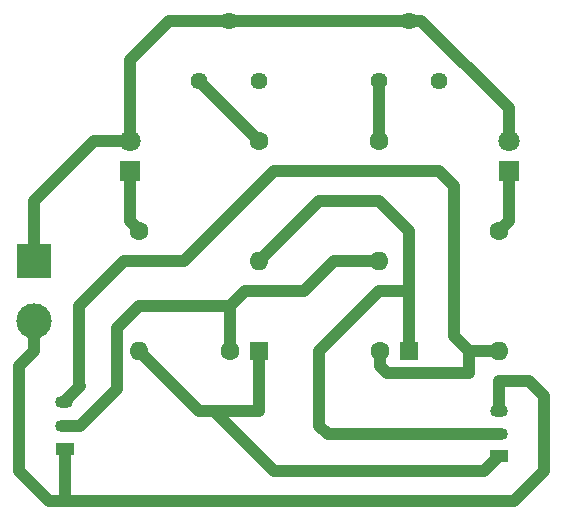
<source format=gbr>
%TF.GenerationSoftware,KiCad,Pcbnew,7.0.7*%
%TF.CreationDate,2024-05-03T12:55:33+03:00*%
%TF.ProjectId,Flip-Flop_lab_project,466c6970-2d46-46c6-9f70-5f6c61625f70,rev?*%
%TF.SameCoordinates,Original*%
%TF.FileFunction,Copper,L2,Bot*%
%TF.FilePolarity,Positive*%
%FSLAX46Y46*%
G04 Gerber Fmt 4.6, Leading zero omitted, Abs format (unit mm)*
G04 Created by KiCad (PCBNEW 7.0.7) date 2024-05-03 12:55:33*
%MOMM*%
%LPD*%
G01*
G04 APERTURE LIST*
%TA.AperFunction,ComponentPad*%
%ADD10C,1.600000*%
%TD*%
%TA.AperFunction,ComponentPad*%
%ADD11O,1.600000X1.600000*%
%TD*%
%TA.AperFunction,ComponentPad*%
%ADD12R,1.500000X1.050000*%
%TD*%
%TA.AperFunction,ComponentPad*%
%ADD13O,1.500000X1.050000*%
%TD*%
%TA.AperFunction,ComponentPad*%
%ADD14C,1.440000*%
%TD*%
%TA.AperFunction,ComponentPad*%
%ADD15R,1.600000X1.600000*%
%TD*%
%TA.AperFunction,ComponentPad*%
%ADD16R,1.800000X1.800000*%
%TD*%
%TA.AperFunction,ComponentPad*%
%ADD17C,1.800000*%
%TD*%
%TA.AperFunction,ComponentPad*%
%ADD18R,3.000000X3.000000*%
%TD*%
%TA.AperFunction,ComponentPad*%
%ADD19C,3.000000*%
%TD*%
%TA.AperFunction,Conductor*%
%ADD20C,1.000000*%
%TD*%
G04 APERTURE END LIST*
D10*
%TO.P,R1,1*%
%TO.N,Net-(D1-K)*%
X165100000Y-96520000D03*
D11*
%TO.P,R1,2*%
%TO.N,Net-(Q1-E)*%
X165100000Y-106680000D03*
%TD*%
D12*
%TO.P,Q1,1,C*%
%TO.N,GND*%
X128320800Y-115011200D03*
D13*
%TO.P,Q1,2,B*%
%TO.N,Net-(Q1-B)*%
X128270000Y-113030000D03*
%TO.P,Q1,3,E*%
%TO.N,Net-(Q1-E)*%
X128270000Y-110998000D03*
%TD*%
D12*
%TO.P,Q2,1,C*%
%TO.N,Net-(Q2-C)*%
X165100000Y-115570000D03*
D13*
%TO.P,Q2,2,B*%
%TO.N,Net-(Q2-B)*%
X165100000Y-113741200D03*
%TO.P,Q2,3,E*%
%TO.N,GND*%
X165100000Y-111760000D03*
%TD*%
D14*
%TO.P,RV1,1,1*%
%TO.N,unconnected-(RV1-Pad1)*%
X144780000Y-83820000D03*
%TO.P,RV1,2,2*%
%TO.N,+9V*%
X142240000Y-78740000D03*
%TO.P,RV1,3,3*%
%TO.N,Net-(R3-Pad1)*%
X139700000Y-83820000D03*
%TD*%
D15*
%TO.P,C2,1*%
%TO.N,Net-(Q2-C)*%
X144780000Y-106680000D03*
D10*
%TO.P,C2,2*%
%TO.N,Net-(Q1-B)*%
X142280000Y-106680000D03*
%TD*%
%TO.P,R4,1*%
%TO.N,Net-(D2-K)*%
X134620000Y-96520000D03*
D11*
%TO.P,R4,2*%
%TO.N,Net-(Q2-C)*%
X134620000Y-106680000D03*
%TD*%
D10*
%TO.P,R2,1*%
%TO.N,Net-(R2-Pad1)*%
X154940000Y-88900000D03*
D11*
%TO.P,R2,2*%
%TO.N,Net-(Q1-B)*%
X154940000Y-99060000D03*
%TD*%
D14*
%TO.P,RV2,1,1*%
%TO.N,unconnected-(RV2-Pad1)*%
X160020000Y-83820000D03*
%TO.P,RV2,2,2*%
%TO.N,+9V*%
X157480000Y-78740000D03*
%TO.P,RV2,3,3*%
%TO.N,Net-(R2-Pad1)*%
X154940000Y-83820000D03*
%TD*%
D16*
%TO.P,D1,1,K*%
%TO.N,Net-(D1-K)*%
X165890000Y-91440000D03*
D17*
%TO.P,D1,2,A*%
%TO.N,+9V*%
X165890000Y-88900000D03*
%TD*%
D18*
%TO.P,J1,1,Pin_1*%
%TO.N,+9V*%
X125730000Y-99060000D03*
D19*
%TO.P,J1,2,Pin_2*%
%TO.N,GND*%
X125730000Y-104140000D03*
%TD*%
D10*
%TO.P,R3,1*%
%TO.N,Net-(R3-Pad1)*%
X144780000Y-88900000D03*
D11*
%TO.P,R3,2*%
%TO.N,Net-(Q2-B)*%
X144780000Y-99060000D03*
%TD*%
D16*
%TO.P,D2,1,K*%
%TO.N,Net-(D2-K)*%
X133830000Y-91440000D03*
D17*
%TO.P,D2,2,A*%
%TO.N,+9V*%
X133830000Y-88900000D03*
%TD*%
D15*
%TO.P,C1,1*%
%TO.N,Net-(Q2-B)*%
X157480000Y-106680000D03*
D10*
%TO.P,C1,2*%
%TO.N,Net-(Q1-E)*%
X154980000Y-106680000D03*
%TD*%
D20*
%TO.N,Net-(Q2-B)*%
X154940000Y-93980000D02*
X157480000Y-96520000D01*
X149860000Y-93980000D02*
X154940000Y-93980000D01*
X144780000Y-99060000D02*
X149860000Y-93980000D01*
X157480000Y-96520000D02*
X157480000Y-101600000D01*
%TO.N,Net-(Q1-E)*%
X161290000Y-105410000D02*
X162560000Y-106680000D01*
X161290000Y-92710000D02*
X161290000Y-105410000D01*
X160020000Y-91440000D02*
X161290000Y-92710000D01*
X146050000Y-91440000D02*
X160020000Y-91440000D01*
X138430000Y-99060000D02*
X146050000Y-91440000D01*
X129540000Y-102870000D02*
X133350000Y-99060000D01*
X129540000Y-109608000D02*
X129540000Y-102870000D01*
X129600000Y-109668000D02*
X129540000Y-109608000D01*
X133350000Y-99060000D02*
X138430000Y-99060000D01*
X128270000Y-110998000D02*
X129600000Y-109668000D01*
%TO.N,GND*%
X168910000Y-116840000D02*
X166370000Y-119380000D01*
X168910000Y-110490000D02*
X168910000Y-116840000D01*
X166370000Y-119380000D02*
X128270000Y-119380000D01*
X165100000Y-109220000D02*
X167640000Y-109220000D01*
X167640000Y-109220000D02*
X168910000Y-110490000D01*
X165100000Y-111760000D02*
X165100000Y-109220000D01*
%TO.N,Net-(Q1-B)*%
X142280000Y-102870000D02*
X142280000Y-106680000D01*
X143550000Y-101600000D02*
X142280000Y-102870000D01*
X148590000Y-101600000D02*
X143550000Y-101600000D01*
X132720000Y-104770000D02*
X134620000Y-102870000D01*
X134620000Y-102870000D02*
X142280000Y-102870000D01*
X132720000Y-109940000D02*
X132720000Y-104770000D01*
X128270000Y-113030000D02*
X129630000Y-113030000D01*
X129630000Y-113030000D02*
X132720000Y-109940000D01*
%TO.N,+9V*%
X130810000Y-88900000D02*
X133830000Y-88900000D01*
X125730000Y-93980000D02*
X130810000Y-88900000D01*
X125730000Y-99060000D02*
X125730000Y-93980000D01*
%TO.N,GND*%
X125730000Y-106680000D02*
X125730000Y-104140000D01*
X124460000Y-107950000D02*
X125730000Y-106680000D01*
X124460000Y-116840000D02*
X124460000Y-107950000D01*
%TO.N,Net-(Q2-C)*%
X144780000Y-111760000D02*
X139700000Y-111760000D01*
X144780000Y-106680000D02*
X144780000Y-111760000D01*
X139700000Y-111760000D02*
X134620000Y-106680000D01*
%TO.N,Net-(Q1-B)*%
X151130000Y-99060000D02*
X148590000Y-101600000D01*
X154940000Y-99060000D02*
X151130000Y-99060000D01*
%TO.N,Net-(Q2-C)*%
X163830000Y-116840000D02*
X146050000Y-116840000D01*
X146050000Y-116840000D02*
X140970000Y-111760000D01*
X165100000Y-115570000D02*
X163830000Y-116840000D01*
%TO.N,Net-(Q2-B)*%
X154940000Y-101600000D02*
X157480000Y-101600000D01*
X149860000Y-113030000D02*
X149860000Y-106680000D01*
X150571200Y-113741200D02*
X149860000Y-113030000D01*
X165100000Y-113741200D02*
X150571200Y-113741200D01*
X149860000Y-106680000D02*
X154940000Y-101600000D01*
%TO.N,GND*%
X128320800Y-119329200D02*
X128270000Y-119380000D01*
X128320800Y-115011200D02*
X128320800Y-119329200D01*
X127000000Y-119380000D02*
X128270000Y-119380000D01*
X124460000Y-116840000D02*
X127000000Y-119380000D01*
%TO.N,Net-(D2-K)*%
X133830000Y-95730000D02*
X134620000Y-96520000D01*
X133830000Y-91440000D02*
X133830000Y-95730000D01*
%TO.N,Net-(Q1-E)*%
X162560000Y-108580000D02*
X162560000Y-106680000D01*
X155580000Y-108580000D02*
X162560000Y-108580000D01*
X154980000Y-107980000D02*
X155580000Y-108580000D01*
X154980000Y-106680000D02*
X154980000Y-107980000D01*
X162560000Y-106680000D02*
X165100000Y-106680000D01*
%TO.N,Net-(Q2-B)*%
X157480000Y-101600000D02*
X157480000Y-106680000D01*
%TO.N,Net-(D1-K)*%
X165890000Y-95730000D02*
X165100000Y-96520000D01*
X165890000Y-91440000D02*
X165890000Y-95730000D01*
%TO.N,Net-(R2-Pad1)*%
X154940000Y-83820000D02*
X154940000Y-88900000D01*
%TO.N,Net-(R3-Pad1)*%
X139700000Y-83820000D02*
X144780000Y-88900000D01*
%TO.N,+9V*%
X158498233Y-78740000D02*
X165890000Y-86131767D01*
X165890000Y-86131767D02*
X165890000Y-88900000D01*
X157480000Y-78740000D02*
X158498233Y-78740000D01*
X142240000Y-78740000D02*
X157480000Y-78740000D01*
X133830000Y-82070000D02*
X133830000Y-88900000D01*
X142240000Y-78740000D02*
X137160000Y-78740000D01*
X137160000Y-78740000D02*
X133830000Y-82070000D01*
%TD*%
M02*

</source>
